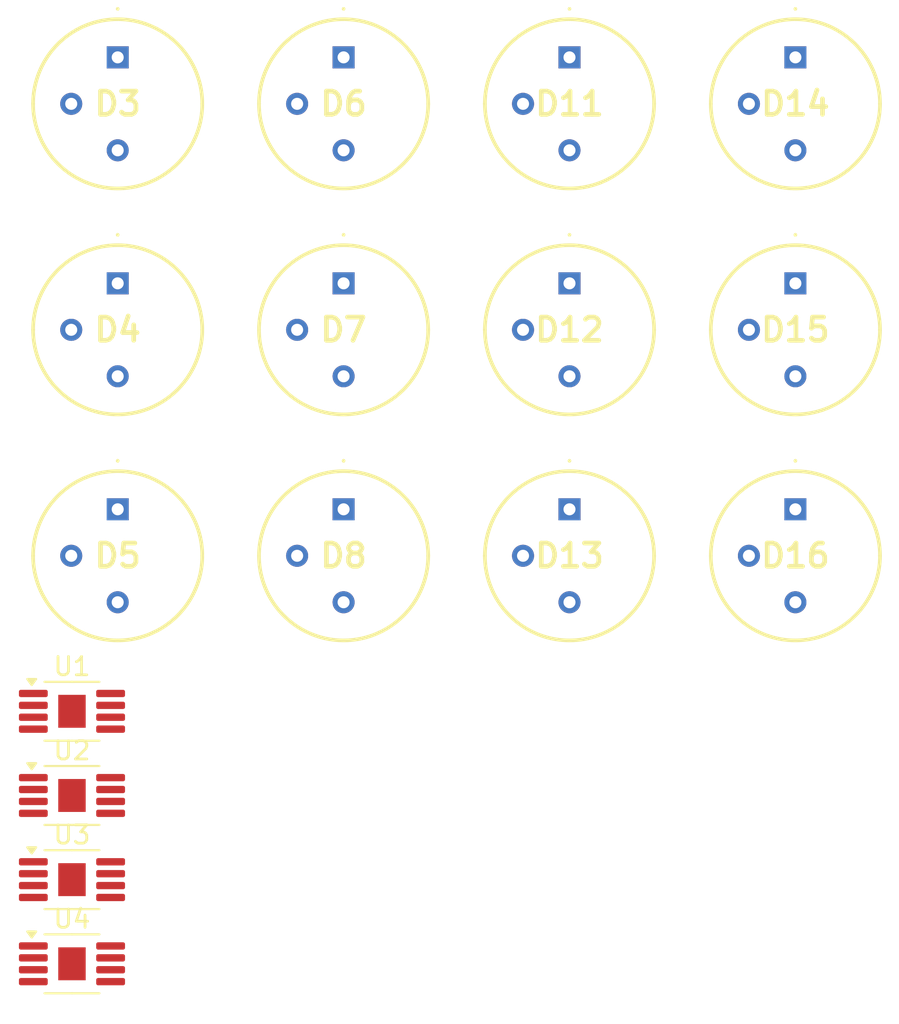
<source format=kicad_pcb>
(kicad_pcb (version 20240108) (generator "pcbnew") (generator_version "8.0")
  (layers (0 "F.Cu" signal) (31 "B.Cu" signal) (34 "B.Paste" user) (35 "F.Paste" user) (36 "B.SilkS" user "B.Silkscreen") (37 "F.SilkS" user "F.Silkscreen") (38 "B.Mask" user) (39 "F.Mask" user) (44 "Edge.Cuts" user))
  (net 0 "")
  (net 1 "Net-(D3-A)")
  (net 2 "Net-(D3-K)")
  (net 3 "Net-(D4-K)")
  (net 4 "Net-(D4-A)")
  (net 5 "Net-(D5-K)")
  (net 6 "Net-(D6-K)")
  (net 7 "Net-(D7-K)")
  (net 8 "Net-(D8-K)")
  (net 9 "Net-(D11-A)")
  (net 10 "Net-(D11-K)")
  (net 11 "Net-(D12-A)")
  (net 12 "Net-(D12-K)")
  (net 13 "Net-(D13-K)")
  (net 14 "Net-(D14-K)")
  (net 15 "Net-(D15-K)")
  (net 16 "Net-(D16-K)")
  (net 17 "GND")
  (net 19 "Ctrl 1")
  (net 20 "Net-(D1-A)")
  (net 21 "12V")
  (net 22 "Ctrl 2")
  (net 24 "Net-(D2-A)")
  (net 25 "Ctrl 3")
  (net 26 "Net-(D9-A)")
  (net 28 "Ctrl 4")
  (net 29 "Net-(D10-A)")
  (footprint "Package_SO:MSOP-8-1EP_3x3mm_P0.65mm_EP1.5x1.8mm" (layer "F.Cu") (at 77.45 99.66)
    (property "Reference" "U3" (at 0 -2.45 0) (layer "F.SilkS"))
    (property "Value" "AL8860MP")
    (fp_line (start 0 -1.61) (end -1.5 -1.61) (stroke (width 0.12)) (layer "F.SilkS"))
    (fp_line (start 0 -1.61) (end 1.5 -1.61) (stroke (width 0.12)) (layer "F.SilkS"))
    (fp_line (start 0 1.61) (end -1.5 1.61) (stroke (width 0.12)) (layer "F.SilkS"))
    (fp_line (start 0 1.61) (end 1.5 1.61) (stroke (width 0.12)) (layer "F.SilkS"))
    (fp_poly (pts (xy -2.2 -1.435) (xy -2.44 -1.765) (xy -1.96 -1.765) (xy -2.2 -1.435)) (stroke (width 0.12)) (fill solid) (layer "F.SilkS"))
    (pad "1" smd roundrect (at -2.1125 -0.975) (size 1.575 0.4) (layers "F.Cu" "F.Paste" "F.Mask") (net 9 "Net-(D11-A)"))
    (pad "2" smd roundrect (at -2.1125 -0.325) (size 1.575 0.4) (layers "F.Cu" "F.Paste" "F.Mask") (net 17 "GND"))
    (pad "3" smd roundrect (at -2.1125 0.325) (size 1.575 0.4) (layers "F.Cu" "F.Paste" "F.Mask") (net 17 "GND"))
    (pad "4" smd roundrect (at -2.1125 0.975) (size 1.575 0.4) (layers "F.Cu" "F.Paste" "F.Mask") (net 25 "Ctrl 3"))
    (pad "5" smd roundrect (at 2.1125 0.975) (size 1.575 0.4) (layers "F.Cu" "F.Paste" "F.Mask") (net 26 "Net-(D9-A)"))
    (pad "6" smd roundrect (at 2.1125 0.325) (size 1.575 0.4) (layers "F.Cu" "F.Paste" "F.Mask") (net 26 "Net-(D9-A)"))
    (pad "7" smd roundrect (at 2.1125 -0.325) (size 1.575 0.4) (layers "F.Cu" "F.Paste" "F.Mask"))
    (pad "8" smd roundrect (at 2.1125 -0.975) (size 1.575 0.4) (layers "F.Cu" "F.Paste" "F.Mask") (net 21 "12V"))
    (pad "9" smd rect (at 0 0) (size 1.5 1.8) (property pad_prop_heatsink) (layers "F.Cu" "F.Mask") (net 17 "GND"))
  )
  (footprint "Footprint Library:OD624L" (layer "F.Cu") (at 79.95 67.07)
    (property "Reference" "D4" (at 0 2.54 0) (layer "F.SilkS") (effects (font (size 1.27 1.27) (thickness 0.254))))
    (property "Value" "LED" (hide yes))
    (fp_line (start -4.625 2.54) (end -4.625 2.54) (stroke (width 0.2)) (layer "F.SilkS"))
    (fp_line (start 0 -2.7) (end 0 -2.7) (stroke (width 0.1)) (layer "F.SilkS"))
    (fp_line (start 0 -2.6) (end 0 -2.6) (stroke (width 0.1)) (layer "F.SilkS"))
    (fp_line (start 4.625 2.54) (end 4.625 2.54) (stroke (width 0.2)) (layer "F.SilkS"))
    (fp_arc (start -4.625 2.54) (mid 0 -2.085) (end 4.625 2.54) (stroke (width 0.2)) (layer "F.SilkS"))
    (fp_arc (start 0 -2.7) (mid 0.05 -2.65) (end 0 -2.6) (stroke (width 0.1)) (layer "F.SilkS"))
    (fp_arc (start 0 -2.6) (mid -0.05 -2.65) (end 0 -2.7) (stroke (width 0.1)) (layer "F.SilkS"))
    (fp_arc (start 4.625 2.54) (mid 0 7.165) (end -4.625 2.54) (stroke (width 0.2)) (layer "F.SilkS"))
    (pad "1" thru_hole rect (at 0 0) (size 1.205 1.205) (drill 0.657) (layers "*.Cu" "*.Mask") (net 3 "Net-(D4-K)"))
    (pad "2" thru_hole circle (at -2.54 2.54) (size 1.205 1.205) (drill 0.657) (layers "*.Cu" "*.Mask") (net 4 "Net-(D4-A)"))
    (pad "3" thru_hole circle (at 0 5.08) (size 1.205 1.205) (drill 0.657) (layers "*.Cu" "*.Mask"))
  )
  (footprint "Package_SO:MSOP-8-1EP_3x3mm_P0.65mm_EP1.5x1.8mm" (layer "F.Cu") (at 77.45 90.46)
    (property "Reference" "U1" (at 0 -2.45 0) (layer "F.SilkS"))
    (property "Value" "AL8860MP")
    (fp_line (start 0 -1.61) (end -1.5 -1.61) (stroke (width 0.12)) (layer "F.SilkS"))
    (fp_line (start 0 -1.61) (end 1.5 -1.61) (stroke (width 0.12)) (layer "F.SilkS"))
    (fp_line (start 0 1.61) (end -1.5 1.61) (stroke (width 0.12)) (layer "F.SilkS"))
    (fp_line (start 0 1.61) (end 1.5 1.61) (stroke (width 0.12)) (layer "F.SilkS"))
    (fp_poly (pts (xy -2.2 -1.435) (xy -2.44 -1.765) (xy -1.96 -1.765) (xy -2.2 -1.435)) (stroke (width 0.12)) (fill solid) (layer "F.SilkS"))
    (pad "1" smd roundrect (at -2.1125 -0.975) (size 1.575 0.4) (layers "F.Cu" "F.Paste" "F.Mask") (net 1 "Net-(D3-A)"))
    (pad "2" smd roundrect (at -2.1125 -0.325) (size 1.575 0.4) (layers "F.Cu" "F.Paste" "F.Mask") (net 17 "GND"))
    (pad "3" smd roundrect (at -2.1125 0.325) (size 1.575 0.4) (layers "F.Cu" "F.Paste" "F.Mask") (net 17 "GND"))
    (pad "4" smd roundrect (at -2.1125 0.975) (size 1.575 0.4) (layers "F.Cu" "F.Paste" "F.Mask") (net 19 "Ctrl 1"))
    (pad "5" smd roundrect (at 2.1125 0.975) (size 1.575 0.4) (layers "F.Cu" "F.Paste" "F.Mask") (net 20 "Net-(D1-A)"))
    (pad "6" smd roundrect (at 2.1125 0.325) (size 1.575 0.4) (layers "F.Cu" "F.Paste" "F.Mask") (net 20 "Net-(D1-A)"))
    (pad "7" smd roundrect (at 2.1125 -0.325) (size 1.575 0.4) (layers "F.Cu" "F.Paste" "F.Mask"))
    (pad "8" smd roundrect (at 2.1125 -0.975) (size 1.575 0.4) (layers "F.Cu" "F.Paste" "F.Mask") (net 21 "12V"))
    (pad "9" smd rect (at 0 0) (size 1.5 1.8) (property pad_prop_heatsink) (layers "F.Cu" "F.Mask") (net 17 "GND"))
  )
  (footprint "Footprint Library:OD624L" (layer "F.Cu") (at 117 79.42)
    (property "Reference" "D16" (at 0 2.54 0) (layer "F.SilkS") (effects (font (size 1.27 1.27) (thickness 0.254))))
    (property "Value" "LED" (hide yes))
    (fp_line (start -4.625 2.54) (end -4.625 2.54) (stroke (width 0.2)) (layer "F.SilkS"))
    (fp_line (start 0 -2.7) (end 0 -2.7) (stroke (width 0.1)) (layer "F.SilkS"))
    (fp_line (start 0 -2.6) (end 0 -2.6) (stroke (width 0.1)) (layer "F.SilkS"))
    (fp_line (start 4.625 2.54) (end 4.625 2.54) (stroke (width 0.2)) (layer "F.SilkS"))
    (fp_arc (start -4.625 2.54) (mid 0 -2.085) (end 4.625 2.54) (stroke (width 0.2)) (layer "F.SilkS"))
    (fp_arc (start 0 -2.7) (mid 0.05 -2.65) (end 0 -2.6) (stroke (width 0.1)) (layer "F.SilkS"))
    (fp_arc (start 0 -2.6) (mid -0.05 -2.65) (end 0 -2.7) (stroke (width 0.1)) (layer "F.SilkS"))
    (fp_arc (start 4.625 2.54) (mid 0 7.165) (end -4.625 2.54) (stroke (width 0.2)) (layer "F.SilkS"))
    (pad "1" thru_hole rect (at 0 0) (size 1.205 1.205) (drill 0.657) (layers "*.Cu" "*.Mask") (net 16 "Net-(D16-K)"))
    (pad "2" thru_hole circle (at -2.54 2.54) (size 1.205 1.205) (drill 0.657) (layers "*.Cu" "*.Mask") (net 15 "Net-(D15-K)"))
    (pad "3" thru_hole circle (at 0 5.08) (size 1.205 1.205) (drill 0.657) (layers "*.Cu" "*.Mask"))
  )
  (footprint "Footprint Library:OD624L" (layer "F.Cu") (at 104.65 54.72)
    (property "Reference" "D11" (at 0 2.54 0) (layer "F.SilkS") (effects (font (size 1.27 1.27) (thickness 0.254))))
    (property "Value" "LED" (hide yes))
    (fp_line (start -4.625 2.54) (end -4.625 2.54) (stroke (width 0.2)) (layer "F.SilkS"))
    (fp_line (start 0 -2.7) (end 0 -2.7) (stroke (width 0.1)) (layer "F.SilkS"))
    (fp_line (start 0 -2.6) (end 0 -2.6) (stroke (width 0.1)) (layer "F.SilkS"))
    (fp_line (start 4.625 2.54) (end 4.625 2.54) (stroke (width 0.2)) (layer "F.SilkS"))
    (fp_arc (start -4.625 2.54) (mid 0 -2.085) (end 4.625 2.54) (stroke (width 0.2)) (layer "F.SilkS"))
    (fp_arc (start 0 -2.7) (mid 0.05 -2.65) (end 0 -2.6) (stroke (width 0.1)) (layer "F.SilkS"))
    (fp_arc (start 0 -2.6) (mid -0.05 -2.65) (end 0 -2.7) (stroke (width 0.1)) (layer "F.SilkS"))
    (fp_arc (start 4.625 2.54) (mid 0 7.165) (end -4.625 2.54) (stroke (width 0.2)) (layer "F.SilkS"))
    (pad "1" thru_hole rect (at 0 0) (size 1.205 1.205) (drill 0.657) (layers "*.Cu" "*.Mask") (net 10 "Net-(D11-K)"))
    (pad "2" thru_hole circle (at -2.54 2.54) (size 1.205 1.205) (drill 0.657) (layers "*.Cu" "*.Mask") (net 9 "Net-(D11-A)"))
    (pad "3" thru_hole circle (at 0 5.08) (size 1.205 1.205) (drill 0.657) (layers "*.Cu" "*.Mask"))
  )
  (footprint "Footprint Library:OD624L" (layer "F.Cu") (at 79.95 54.72)
    (property "Reference" "D3" (at 0 2.54 0) (layer "F.SilkS") (effects (font (size 1.27 1.27) (thickness 0.254))))
    (property "Value" "LED" (hide yes))
    (fp_line (start -4.625 2.54) (end -4.625 2.54) (stroke (width 0.2)) (layer "F.SilkS"))
    (fp_line (start 0 -2.7) (end 0 -2.7) (stroke (width 0.1)) (layer "F.SilkS"))
    (fp_line (start 0 -2.6) (end 0 -2.6) (stroke (width 0.1)) (layer "F.SilkS"))
    (fp_line (start 4.625 2.54) (end 4.625 2.54) (stroke (width 0.2)) (layer "F.SilkS"))
    (fp_arc (start -4.625 2.54) (mid 0 -2.085) (end 4.625 2.54) (stroke (width 0.2)) (layer "F.SilkS"))
    (fp_arc (start 0 -2.7) (mid 0.05 -2.65) (end 0 -2.6) (stroke (width 0.1)) (layer "F.SilkS"))
    (fp_arc (start 0 -2.6) (mid -0.05 -2.65) (end 0 -2.7) (stroke (width 0.1)) (layer "F.SilkS"))
    (fp_arc (start 4.625 2.54) (mid 0 7.165) (end -4.625 2.54) (stroke (width 0.2)) (layer "F.SilkS"))
    (pad "1" thru_hole rect (at 0 0) (size 1.205 1.205) (drill 0.657) (layers "*.Cu" "*.Mask") (net 2 "Net-(D3-K)"))
    (pad "2" thru_hole circle (at -2.54 2.54) (size 1.205 1.205) (drill 0.657) (layers "*.Cu" "*.Mask") (net 1 "Net-(D3-A)"))
    (pad "3" thru_hole circle (at 0 5.08) (size 1.205 1.205) (drill 0.657) (layers "*.Cu" "*.Mask"))
  )
  (footprint "Package_SO:MSOP-8-1EP_3x3mm_P0.65mm_EP1.5x1.8mm" (layer "F.Cu") (at 77.45 95.06)
    (property "Reference" "U2" (at 0 -2.45 0) (layer "F.SilkS"))
    (property "Value" "AL8860MP")
    (fp_line (start 0 -1.61) (end -1.5 -1.61) (stroke (width 0.12)) (layer "F.SilkS"))
    (fp_line (start 0 -1.61) (end 1.5 -1.61) (stroke (width 0.12)) (layer "F.SilkS"))
    (fp_line (start 0 1.61) (end -1.5 1.61) (stroke (width 0.12)) (layer "F.SilkS"))
    (fp_line (start 0 1.61) (end 1.5 1.61) (stroke (width 0.12)) (layer "F.SilkS"))
    (fp_poly (pts (xy -2.2 -1.435) (xy -2.44 -1.765) (xy -1.96 -1.765) (xy -2.2 -1.435)) (stroke (width 0.12)) (fill solid) (layer "F.SilkS"))
    (pad "1" smd roundrect (at -2.1125 -0.975) (size 1.575 0.4) (layers "F.Cu" "F.Paste" "F.Mask") (net 4 "Net-(D4-A)"))
    (pad "2" smd roundrect (at -2.1125 -0.325) (size 1.575 0.4) (layers "F.Cu" "F.Paste" "F.Mask") (net 17 "GND"))
    (pad "3" smd roundrect (at -2.1125 0.325) (size 1.575 0.4) (layers "F.Cu" "F.Paste" "F.Mask") (net 17 "GND"))
    (pad "4" smd roundrect (at -2.1125 0.975) (size 1.575 0.4) (layers "F.Cu" "F.Paste" "F.Mask") (net 22 "Ctrl 2"))
    (pad "5" smd roundrect (at 2.1125 0.975) (size 1.575 0.4) (layers "F.Cu" "F.Paste" "F.Mask") (net 24 "Net-(D2-A)"))
    (pad "6" smd roundrect (at 2.1125 0.325) (size 1.575 0.4) (layers "F.Cu" "F.Paste" "F.Mask") (net 24 "Net-(D2-A)"))
    (pad "7" smd roundrect (at 2.1125 -0.325) (size 1.575 0.4) (layers "F.Cu" "F.Paste" "F.Mask"))
    (pad "8" smd roundrect (at 2.1125 -0.975) (size 1.575 0.4) (layers "F.Cu" "F.Paste" "F.Mask") (net 21 "12V"))
    (pad "9" smd rect (at 0 0) (size 1.5 1.8) (property pad_prop_heatsink) (layers "F.Cu" "F.Mask") (net 17 "GND"))
  )
  (footprint "Package_SO:MSOP-8-1EP_3x3mm_P0.65mm_EP1.5x1.8mm" (layer "F.Cu") (at 77.45 104.26)
    (property "Reference" "U4" (at 0 -2.45 0) (layer "F.SilkS"))
    (property "Value" "AL8860MP")
    (fp_line (start 0 -1.61) (end -1.5 -1.61) (stroke (width 0.12)) (layer "F.SilkS"))
    (fp_line (start 0 -1.61) (end 1.5 -1.61) (stroke (width 0.12)) (layer "F.SilkS"))
    (fp_line (start 0 1.61) (end -1.5 1.61) (stroke (width 0.12)) (layer "F.SilkS"))
    (fp_line (start 0 1.61) (end 1.5 1.61) (stroke (width 0.12)) (layer "F.SilkS"))
    (fp_poly (pts (xy -2.2 -1.435) (xy -2.44 -1.765) (xy -1.96 -1.765) (xy -2.2 -1.435)) (stroke (width 0.12)) (fill solid) (layer "F.SilkS"))
    (pad "1" smd roundrect (at -2.1125 -0.975) (size 1.575 0.4) (layers "F.Cu" "F.Paste" "F.Mask") (net 11 "Net-(D12-A)"))
    (pad "2" smd roundrect (at -2.1125 -0.325) (size 1.575 0.4) (layers "F.Cu" "F.Paste" "F.Mask") (net 17 "GND"))
    (pad "3" smd roundrect (at -2.1125 0.325) (size 1.575 0.4) (layers "F.Cu" "F.Paste" "F.Mask") (net 17 "GND"))
    (pad "4" smd roundrect (at -2.1125 0.975) (size 1.575 0.4) (layers "F.Cu" "F.Paste" "F.Mask") (net 28 "Ctrl 4"))
    (pad "5" smd roundrect (at 2.1125 0.975) (size 1.575 0.4) (layers "F.Cu" "F.Paste" "F.Mask") (net 29 "Net-(D10-A)"))
    (pad "6" smd roundrect (at 2.1125 0.325) (size 1.575 0.4) (layers "F.Cu" "F.Paste" "F.Mask") (net 29 "Net-(D10-A)"))
    (pad "7" smd roundrect (at 2.1125 -0.325) (size 1.575 0.4) (layers "F.Cu" "F.Paste" "F.Mask"))
    (pad "8" smd roundrect (at 2.1125 -0.975) (size 1.575 0.4) (layers "F.Cu" "F.Paste" "F.Mask") (net 21 "12V"))
    (pad "9" smd rect (at 0 0) (size 1.5 1.8) (property pad_prop_heatsink) (layers "F.Cu" "F.Mask") (net 17 "GND"))
  )
  (footprint "Footprint Library:OD624L" (layer "F.Cu") (at 104.65 79.42)
    (property "Reference" "D13" (at 0 2.54 0) (layer "F.SilkS") (effects (font (size 1.27 1.27) (thickness 0.254))))
    (property "Value" "LED" (hide yes))
    (fp_line (start -4.625 2.54) (end -4.625 2.54) (stroke (width 0.2)) (layer "F.SilkS"))
    (fp_line (start 0 -2.7) (end 0 -2.7) (stroke (width 0.1)) (layer "F.SilkS"))
    (fp_line (start 0 -2.6) (end 0 -2.6) (stroke (width 0.1)) (layer "F.SilkS"))
    (fp_line (start 4.625 2.54) (end 4.625 2.54) (stroke (width 0.2)) (layer "F.SilkS"))
    (fp_arc (start -4.625 2.54) (mid 0 -2.085) (end 4.625 2.54) (stroke (width 0.2)) (layer "F.SilkS"))
    (fp_arc (start 0 -2.7) (mid 0.05 -2.65) (end 0 -2.6) (stroke (width 0.1)) (layer "F.SilkS"))
    (fp_arc (start 0 -2.6) (mid -0.05 -2.65) (end 0 -2.7) (stroke (width 0.1)) (layer "F.SilkS"))
    (fp_arc (start 4.625 2.54) (mid 0 7.165) (end -4.625 2.54) (stroke (width 0.2)) (layer "F.SilkS"))
    (pad "1" thru_hole rect (at 0 0) (size 1.205 1.205) (drill 0.657) (layers "*.Cu" "*.Mask") (net 13 "Net-(D13-K)"))
    (pad "2" thru_hole circle (at -2.54 2.54) (size 1.205 1.205) (drill 0.657) (layers "*.Cu" "*.Mask") (net 10 "Net-(D11-K)"))
    (pad "3" thru_hole circle (at 0 5.08) (size 1.205 1.205) (drill 0.657) (layers "*.Cu" "*.Mask"))
  )
  (footprint "Footprint Library:OD624L" (layer "F.Cu") (at 92.3 79.42)
    (property "Reference" "D8" (at 0 2.54 0) (layer "F.SilkS") (effects (font (size 1.27 1.27) (thickness 0.254))))
    (property "Value" "LED" (hide yes))
    (fp_line (start -4.625 2.54) (end -4.625 2.54) (stroke (width 0.2)) (layer "F.SilkS"))
    (fp_line (start 0 -2.7) (end 0 -2.7) (stroke (width 0.1)) (layer "F.SilkS"))
    (fp_line (start 0 -2.6) (end 0 -2.6) (stroke (width 0.1)) (layer "F.SilkS"))
    (fp_line (start 4.625 2.54) (end 4.625 2.54) (stroke (width 0.2)) (layer "F.SilkS"))
    (fp_arc (start -4.625 2.54) (mid 0 -2.085) (end 4.625 2.54) (stroke (width 0.2)) (layer "F.SilkS"))
    (fp_arc (start 0 -2.7) (mid 0.05 -2.65) (end 0 -2.6) (stroke (width 0.1)) (layer "F.SilkS"))
    (fp_arc (start 0 -2.6) (mid -0.05 -2.65) (end 0 -2.7) (stroke (width 0.1)) (layer "F.SilkS"))
    (fp_arc (start 4.625 2.54) (mid 0 7.165) (end -4.625 2.54) (stroke (width 0.2)) (layer "F.SilkS"))
    (pad "1" thru_hole rect (at 0 0) (size 1.205 1.205) (drill 0.657) (layers "*.Cu" "*.Mask") (net 8 "Net-(D8-K)"))
    (pad "2" thru_hole circle (at -2.54 2.54) (size 1.205 1.205) (drill 0.657) (layers "*.Cu" "*.Mask") (net 7 "Net-(D7-K)"))
    (pad "3" thru_hole circle (at 0 5.08) (size 1.205 1.205) (drill 0.657) (layers "*.Cu" "*.Mask"))
  )
  (footprint "Footprint Library:OD624L" (layer "F.Cu") (at 117 54.72)
    (property "Reference" "D14" (at 0 2.54 0) (layer "F.SilkS") (effects (font (size 1.27 1.27) (thickness 0.254))))
    (property "Value" "LED" (hide yes))
    (fp_line (start -4.625 2.54) (end -4.625 2.54) (stroke (width 0.2)) (layer "F.SilkS"))
    (fp_line (start 0 -2.7) (end 0 -2.7) (stroke (width 0.1)) (layer "F.SilkS"))
    (fp_line (start 0 -2.6) (end 0 -2.6) (stroke (width 0.1)) (layer "F.SilkS"))
    (fp_line (start 4.625 2.54) (end 4.625 2.54) (stroke (width 0.2)) (layer "F.SilkS"))
    (fp_arc (start -4.625 2.54) (mid 0 -2.085) (end 4.625 2.54) (stroke (width 0.2)) (layer "F.SilkS"))
    (fp_arc (start 0 -2.7) (mid 0.05 -2.65) (end 0 -2.6) (stroke (width 0.1)) (layer "F.SilkS"))
    (fp_arc (start 0 -2.6) (mid -0.05 -2.65) (end 0 -2.7) (stroke (width 0.1)) (layer "F.SilkS"))
    (fp_arc (start 4.625 2.54) (mid 0 7.165) (end -4.625 2.54) (stroke (width 0.2)) (layer "F.SilkS"))
    (pad "1" thru_hole rect (at 0 0) (size 1.205 1.205) (drill 0.657) (layers "*.Cu" "*.Mask") (net 14 "Net-(D14-K)"))
    (pad "2" thru_hole circle (at -2.54 2.54) (size 1.205 1.205) (drill 0.657) (layers "*.Cu" "*.Mask") (net 13 "Net-(D13-K)"))
    (pad "3" thru_hole circle (at 0 5.08) (size 1.205 1.205) (drill 0.657) (layers "*.Cu" "*.Mask"))
  )
  (footprint "Footprint Library:OD624L" (layer "F.Cu") (at 104.65 67.07)
    (property "Reference" "D12" (at 0 2.54 0) (layer "F.SilkS") (effects (font (size 1.27 1.27) (thickness 0.254))))
    (property "Value" "LED" (hide yes))
    (fp_line (start -4.625 2.54) (end -4.625 2.54) (stroke (width 0.2)) (layer "F.SilkS"))
    (fp_line (start 0 -2.7) (end 0 -2.7) (stroke (width 0.1)) (layer "F.SilkS"))
    (fp_line (start 0 -2.6) (end 0 -2.6) (stroke (width 0.1)) (layer "F.SilkS"))
    (fp_line (start 4.625 2.54) (end 4.625 2.54) (stroke (width 0.2)) (layer "F.SilkS"))
    (fp_arc (start -4.625 2.54) (mid 0 -2.085) (end 4.625 2.54) (stroke (width 0.2)) (layer "F.SilkS"))
    (fp_arc (start 0 -2.7) (mid 0.05 -2.65) (end 0 -2.6) (stroke (width 0.1)) (layer "F.SilkS"))
    (fp_arc (start 0 -2.6) (mid -0.05 -2.65) (end 0 -2.7) (stroke (width 0.1)) (layer "F.SilkS"))
    (fp_arc (start 4.625 2.54) (mid 0 7.165) (end -4.625 2.54) (stroke (width 0.2)) (layer "F.SilkS"))
    (pad "1" thru_hole rect (at 0 0) (size 1.205 1.205) (drill 0.657) (layers "*.Cu" "*.Mask") (net 12 "Net-(D12-K)"))
    (pad "2" thru_hole circle (at -2.54 2.54) (size 1.205 1.205) (drill 0.657) (layers "*.Cu" "*.Mask") (net 11 "Net-(D12-A)"))
    (pad "3" thru_hole circle (at 0 5.08) (size 1.205 1.205) (drill 0.657) (layers "*.Cu" "*.Mask"))
  )
  (footprint "Footprint Library:OD624L" (layer "F.Cu") (at 117 67.07)
    (property "Reference" "D15" (at 0 2.54 0) (layer "F.SilkS") (effects (font (size 1.27 1.27) (thickness 0.254))))
    (property "Value" "LED" (hide yes))
    (fp_line (start -4.625 2.54) (end -4.625 2.54) (stroke (width 0.2)) (layer "F.SilkS"))
    (fp_line (start 0 -2.7) (end 0 -2.7) (stroke (width 0.1)) (layer "F.SilkS"))
    (fp_line (start 0 -2.6) (end 0 -2.6) (stroke (width 0.1)) (layer "F.SilkS"))
    (fp_line (start 4.625 2.54) (end 4.625 2.54) (stroke (width 0.2)) (layer "F.SilkS"))
    (fp_arc (start -4.625 2.54) (mid 0 -2.085) (end 4.625 2.54) (stroke (width 0.2)) (layer "F.SilkS"))
    (fp_arc (start 0 -2.7) (mid 0.05 -2.65) (end 0 -2.6) (stroke (width 0.1)) (layer "F.SilkS"))
    (fp_arc (start 0 -2.6) (mid -0.05 -2.65) (end 0 -2.7) (stroke (width 0.1)) (layer "F.SilkS"))
    (fp_arc (start 4.625 2.54) (mid 0 7.165) (end -4.625 2.54) (stroke (width 0.2)) (layer "F.SilkS"))
    (pad "1" thru_hole rect (at 0 0) (size 1.205 1.205) (drill 0.657) (layers "*.Cu" "*.Mask") (net 15 "Net-(D15-K)"))
    (pad "2" thru_hole circle (at -2.54 2.54) (size 1.205 1.205) (drill 0.657) (layers "*.Cu" "*.Mask") (net 12 "Net-(D12-K)"))
    (pad "3" thru_hole circle (at 0 5.08) (size 1.205 1.205) (drill 0.657) (layers "*.Cu" "*.Mask"))
  )
  (footprint "Footprint Library:OD624L" (layer "F.Cu") (at 92.3 54.72)
    (property "Reference" "D6" (at 0 2.54 0) (layer "F.SilkS") (effects (font (size 1.27 1.27) (thickness 0.254))))
    (property "Value" "LED" (hide yes))
    (fp_line (start -4.625 2.54) (end -4.625 2.54) (stroke (width 0.2)) (layer "F.SilkS"))
    (fp_line (start 0 -2.7) (end 0 -2.7) (stroke (width 0.1)) (layer "F.SilkS"))
    (fp_line (start 0 -2.6) (end 0 -2.6) (stroke (width 0.1)) (layer "F.SilkS"))
    (fp_line (start 4.625 2.54) (end 4.625 2.54) (stroke (width 0.2)) (layer "F.SilkS"))
    (fp_arc (start -4.625 2.54) (mid 0 -2.085) (end 4.625 2.54) (stroke (width 0.2)) (layer "F.SilkS"))
    (fp_arc (start 0 -2.7) (mid 0.05 -2.65) (end 0 -2.6) (stroke (width 0.1)) (layer "F.SilkS"))
    (fp_arc (start 0 -2.6) (mid -0.05 -2.65) (end 0 -2.7) (stroke (width 0.1)) (layer "F.SilkS"))
    (fp_arc (start 4.625 2.54) (mid 0 7.165) (end -4.625 2.54) (stroke (width 0.2)) (layer "F.SilkS"))
    (pad "1" thru_hole rect (at 0 0) (size 1.205 1.205) (drill 0.657) (layers "*.Cu" "*.Mask") (net 6 "Net-(D6-K)"))
    (pad "2" thru_hole circle (at -2.54 2.54) (size 1.205 1.205) (drill 0.657) (layers "*.Cu" "*.Mask") (net 5 "Net-(D5-K)"))
    (pad "3" thru_hole circle (at 0 5.08) (size 1.205 1.205) (drill 0.657) (layers "*.Cu" "*.Mask"))
  )
  (footprint "Footprint Library:OD624L" (layer "F.Cu") (at 79.95 79.42)
    (property "Reference" "D5" (at 0 2.54 0) (layer "F.SilkS") (effects (font (size 1.27 1.27) (thickness 0.254))))
    (property "Value" "LED" (hide yes))
    (fp_line (start -4.625 2.54) (end -4.625 2.54) (stroke (width 0.2)) (layer "F.SilkS"))
    (fp_line (start 0 -2.7) (end 0 -2.7) (stroke (width 0.1)) (layer "F.SilkS"))
    (fp_line (start 0 -2.6) (end 0 -2.6) (stroke (width 0.1)) (layer "F.SilkS"))
    (fp_line (start 4.625 2.54) (end 4.625 2.54) (stroke (width 0.2)) (layer "F.SilkS"))
    (fp_arc (start -4.625 2.54) (mid 0 -2.085) (end 4.625 2.54) (stroke (width 0.2)) (layer "F.SilkS"))
    (fp_arc (start 0 -2.7) (mid 0.05 -2.65) (end 0 -2.6) (stroke (width 0.1)) (layer "F.SilkS"))
    (fp_arc (start 0 -2.6) (mid -0.05 -2.65) (end 0 -2.7) (stroke (width 0.1)) (layer "F.SilkS"))
    (fp_arc (start 4.625 2.54) (mid 0 7.165) (end -4.625 2.54) (stroke (width 0.2)) (layer "F.SilkS"))
    (pad "1" thru_hole rect (at 0 0) (size 1.205 1.205) (drill 0.657) (layers "*.Cu" "*.Mask") (net 5 "Net-(D5-K)"))
    (pad "2" thru_hole circle (at -2.54 2.54) (size 1.205 1.205) (drill 0.657) (layers "*.Cu" "*.Mask") (net 2 "Net-(D3-K)"))
    (pad "3" thru_hole circle (at 0 5.08) (size 1.205 1.205) (drill 0.657) (layers "*.Cu" "*.Mask"))
  )
  (footprint "Footprint Library:OD624L" (layer "F.Cu") (at 92.3 67.07)
    (property "Reference" "D7" (at 0 2.54 0) (layer "F.SilkS") (effects (font (size 1.27 1.27) (thickness 0.254))))
    (property "Value" "LED" (hide yes))
    (fp_line (start -4.625 2.54) (end -4.625 2.54) (stroke (width 0.2)) (layer "F.SilkS"))
    (fp_line (start 0 -2.7) (end 0 -2.7) (stroke (width 0.1)) (layer "F.SilkS"))
    (fp_line (start 0 -2.6) (end 0 -2.6) (stroke (width 0.1)) (layer "F.SilkS"))
    (fp_line (start 4.625 2.54) (end 4.625 2.54) (stroke (width 0.2)) (layer "F.SilkS"))
    (fp_arc (start -4.625 2.54) (mid 0 -2.085) (end 4.625 2.54) (stroke (width 0.2)) (layer "F.SilkS"))
    (fp_arc (start 0 -2.7) (mid 0.05 -2.65) (end 0 -2.6) (stroke (width 0.1)) (layer "F.SilkS"))
    (fp_arc (start 0 -2.6) (mid -0.05 -2.65) (end 0 -2.7) (stroke (width 0.1)) (layer "F.SilkS"))
    (fp_arc (start 4.625 2.54) (mid 0 7.165) (end -4.625 2.54) (stroke (width 0.2)) (layer "F.SilkS"))
    (pad "1" thru_hole rect (at 0 0) (size 1.205 1.205) (drill 0.657) (layers "*.Cu" "*.Mask") (net 7 "Net-(D7-K)"))
    (pad "2" thru_hole circle (at -2.54 2.54) (size 1.205 1.205) (drill 0.657) (layers "*.Cu" "*.Mask") (net 3 "Net-(D4-K)"))
    (pad "3" thru_hole circle (at 0 5.08) (size 1.205 1.205) (drill 0.657) (layers "*.Cu" "*.Mask"))
  )
)
</source>
